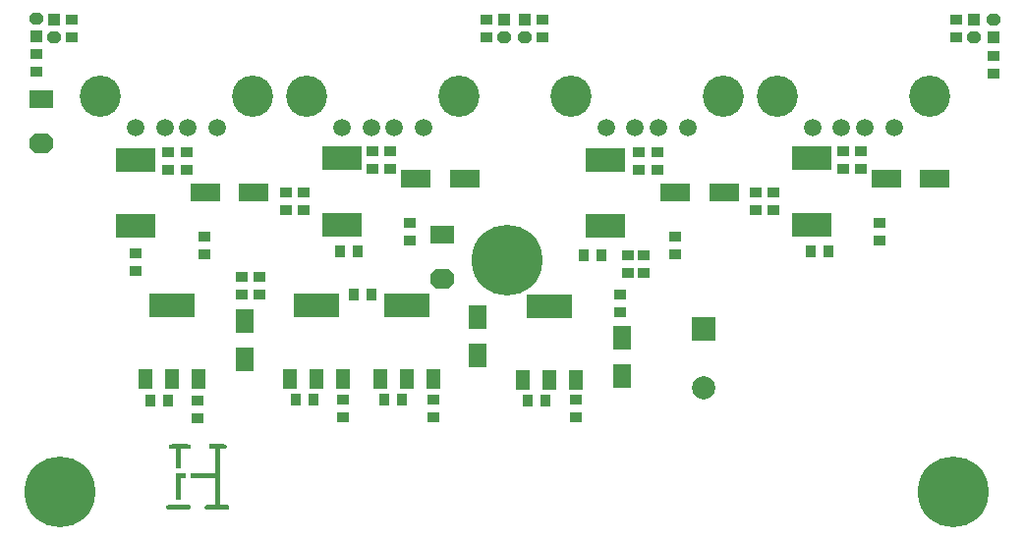
<source format=gts>
G04*
G04 #@! TF.GenerationSoftware,Altium Limited,Altium Designer,21.7.2 (23)*
G04*
G04 Layer_Color=8388736*
%FSLAX25Y25*%
%MOIN*%
G70*
G04*
G04 #@! TF.SameCoordinates,38115651-3DBD-42AD-B4A0-95CC447B3A10*
G04*
G04*
G04 #@! TF.FilePolarity,Negative*
G04*
G01*
G75*
%ADD17R,0.03394X0.03994*%
%ADD18R,0.03994X0.03394*%
%ADD19R,0.05906X0.08465*%
%ADD20R,0.07894X0.06394*%
G04:AMPARAMS|DCode=21|XSize=63.94mil|YSize=78.94mil|CornerRadius=0mil|HoleSize=0mil|Usage=FLASHONLY|Rotation=270.000|XOffset=0mil|YOffset=0mil|HoleType=Round|Shape=Octagon|*
%AMOCTAGOND21*
4,1,8,0.03947,0.01598,0.03947,-0.01598,0.02348,-0.03197,-0.02348,-0.03197,-0.03947,-0.01598,-0.03947,0.01598,-0.02348,0.03197,0.02348,0.03197,0.03947,0.01598,0.0*
%
%ADD21OCTAGOND21*%

%ADD22R,0.03994X0.03894*%
G04:AMPARAMS|DCode=23|XSize=39.94mil|YSize=43.94mil|CornerRadius=0mil|HoleSize=0mil|Usage=FLASHONLY|Rotation=270.000|XOffset=0mil|YOffset=0mil|HoleType=Round|Shape=Octagon|*
%AMOCTAGOND23*
4,1,8,0.02197,0.00998,0.02197,-0.00998,0.01198,-0.01997,-0.01198,-0.01997,-0.02197,-0.00998,-0.02197,0.00998,-0.01198,0.01997,0.01198,0.01997,0.02197,0.00998,0.0*
%
%ADD23OCTAGOND23*%

%ADD24R,0.15394X0.08394*%
%ADD25R,0.04894X0.06894*%
%ADD26R,0.10039X0.05906*%
%ADD27R,0.13394X0.08394*%
%ADD28R,0.00394X0.00394*%
%ADD29C,0.13976*%
%ADD30C,0.05984*%
%ADD31R,0.07874X0.07874*%
%ADD32C,0.07874*%
%ADD33C,0.24016*%
G36*
X675246Y762194D02*
X675298Y762194D01*
X675349Y762193D01*
X675405Y762190D01*
X675460Y762187D01*
X675513Y762182D01*
X675564Y762176D01*
X675620Y762169D01*
X675674Y762160D01*
X675725Y762150D01*
X675775Y762138D01*
X675828Y762124D01*
X675878Y762108D01*
X675925Y762090D01*
X675975Y762069D01*
X676021Y762045D01*
X676066Y762018D01*
X676109Y761989D01*
X676153Y761955D01*
X676191Y761922D01*
X676227Y761886D01*
X676263Y761844D01*
X676263Y761844D01*
X676267Y761838D01*
X676275Y761828D01*
X676283Y761817D01*
X676291Y761806D01*
X676295Y761800D01*
X676306Y761783D01*
X676327Y761746D01*
X676345Y761707D01*
X676362Y761669D01*
X676369Y761649D01*
X676369Y761649D01*
X676372Y761641D01*
X676376Y761627D01*
X676380Y761612D01*
X676384Y761597D01*
X676386Y761590D01*
X676397Y761536D01*
X676404Y761480D01*
X676407Y761429D01*
X676407Y761379D01*
X676405Y761328D01*
X676398Y761272D01*
X676388Y761214D01*
X676374Y761166D01*
X676374Y761166D01*
X676372Y761158D01*
X676367Y761144D01*
X676362Y761129D01*
X676357Y761115D01*
X676354Y761107D01*
X676348Y761093D01*
X676335Y761065D01*
X676321Y761037D01*
X676306Y761010D01*
X676298Y760997D01*
X676298D01*
X676293Y760990D01*
X676284Y760977D01*
X676275Y760964D01*
X676266Y760951D01*
X676261Y760945D01*
X676227Y760903D01*
X676191Y760865D01*
X676151Y760828D01*
X676106Y760793D01*
X676060Y760765D01*
X676013Y760740D01*
X675966Y760719D01*
X675916Y760699D01*
X675868Y760683D01*
X675817Y760669D01*
X675764Y760656D01*
X675714Y760646D01*
X675662Y760637D01*
X675608Y760629D01*
X675558Y760623D01*
X675506Y760618D01*
X675453Y760614D01*
X675398Y760611D01*
X675342Y760608D01*
X675291Y760607D01*
X675239Y760607D01*
X672877D01*
Y753921D01*
X671122D01*
Y760607D01*
X670026Y760607D01*
X669973Y760607D01*
X669921Y760609D01*
X669870Y760611D01*
X669813Y760614D01*
X669759Y760618D01*
X669706Y760623D01*
X669654Y760629D01*
X669605Y760636D01*
X669555Y760644D01*
X669502Y760654D01*
X669452Y760666D01*
X669400Y760680D01*
X669350Y760696D01*
X669299Y760714D01*
X669253Y760734D01*
X669207Y760756D01*
X669162Y760783D01*
X669121Y760812D01*
X669083Y760844D01*
X669042Y760884D01*
X669004Y760928D01*
X668974Y760969D01*
X668974D01*
X668969Y760975D01*
X668961Y760989D01*
X668952Y761002D01*
X668944Y761015D01*
X668940Y761022D01*
X668932Y761035D01*
X668919Y761061D01*
X668906Y761089D01*
X668895Y761116D01*
X668890Y761130D01*
X668887Y761138D01*
X668882Y761153D01*
X668878Y761168D01*
X668873Y761184D01*
X668871Y761191D01*
X668859Y761245D01*
X668851Y761297D01*
X668846Y761352D01*
X668845Y761407D01*
X668846Y761457D01*
X668851Y761509D01*
X668859Y761559D01*
X668871Y761609D01*
X668887Y761661D01*
Y761661D01*
X668890Y761668D01*
X668895Y761680D01*
X668900Y761693D01*
X668905Y761705D01*
X668907Y761711D01*
X668917Y761730D01*
X668937Y761767D01*
X668960Y761802D01*
X668984Y761837D01*
X668997Y761853D01*
X669002Y761859D01*
X669012Y761870D01*
X669022Y761882D01*
X669032Y761893D01*
X669038Y761899D01*
X669078Y761937D01*
X669122Y761972D01*
X669166Y762005D01*
X669211Y762033D01*
X669257Y762058D01*
X669305Y762080D01*
X669352Y762099D01*
X669402Y762115D01*
X669455Y762131D01*
X669504Y762143D01*
X669556Y762154D01*
X669610Y762164D01*
X669660Y762171D01*
X669711Y762178D01*
X669764Y762183D01*
X669819Y762187D01*
X669876Y762191D01*
X669927Y762193D01*
X669979Y762194D01*
X670033Y762194D01*
X675246Y762194D01*
D02*
G37*
G36*
X674508Y750779D02*
X672877D01*
X672878Y743188D01*
X671122D01*
X671122Y752323D01*
X674508D01*
Y750779D01*
D02*
G37*
G36*
X687431Y762194D02*
X687484Y762193D01*
X687535Y762191D01*
X687591Y762188D01*
X687646Y762183D01*
X687700Y762178D01*
X687751Y762171D01*
X687801Y762164D01*
X687855Y762154D01*
X687907Y762143D01*
X687956Y762131D01*
X688009Y762116D01*
X688058Y762099D01*
X688105Y762080D01*
X688154Y762058D01*
X688200Y762034D01*
X688243Y762007D01*
X688288Y761974D01*
X688328Y761941D01*
X688368Y761905D01*
X688407Y761863D01*
X688412Y761857D01*
X688420Y761846D01*
X688429Y761835D01*
X688438Y761824D01*
X688442Y761819D01*
X688452Y761803D01*
X688472Y761772D01*
X688490Y761740D01*
X688506Y761707D01*
X688513Y761690D01*
X688516Y761684D01*
X688521Y761670D01*
X688525Y761657D01*
X688530Y761644D01*
X688533Y761637D01*
X688533Y761637D01*
X688548Y761582D01*
X688558Y761528D01*
X688564Y761473D01*
X688567Y761423D01*
X688567Y761372D01*
X688563Y761320D01*
X688556Y761263D01*
X688544Y761203D01*
X688542Y761197D01*
X688539Y761183D01*
X688535Y761170D01*
X688531Y761157D01*
X688529Y761150D01*
X688522Y761130D01*
X688505Y761091D01*
X688487Y761053D01*
X688468Y761015D01*
X688457Y760997D01*
X688453Y760992D01*
X688446Y760981D01*
X688439Y760971D01*
X688432Y760960D01*
X688428Y760955D01*
X688428Y760955D01*
X688393Y760911D01*
X688356Y760871D01*
X688316Y760833D01*
X688275Y760800D01*
X688231Y760771D01*
X688183Y760746D01*
X688137Y760724D01*
X688089Y760705D01*
X688041Y760689D01*
X687991Y760674D01*
X687942Y760662D01*
X687890Y760650D01*
X687841Y760641D01*
X687786Y760633D01*
X687736Y760626D01*
X687684Y760621D01*
X687631Y760616D01*
X687575Y760612D01*
X687525Y760610D01*
X687474Y760608D01*
X687421Y760607D01*
X686290Y760607D01*
Y741594D01*
X688274D01*
X688328Y741594D01*
X688378Y741593D01*
X688435Y741590D01*
X688490Y741587D01*
X688543Y741582D01*
X688594Y741577D01*
X688644Y741570D01*
X688699Y741562D01*
X688751Y741552D01*
X688801Y741541D01*
X688854Y741527D01*
X688905Y741511D01*
X688953Y741494D01*
X689003Y741472D01*
X689048Y741450D01*
X689094Y741424D01*
X689137Y741396D01*
X689179Y741363D01*
X689222Y741327D01*
X689264Y741286D01*
X689269Y741280D01*
X689278Y741270D01*
X689287Y741259D01*
X689296Y741249D01*
X689300Y741244D01*
X689304Y741238D01*
X689312Y741228D01*
X689320Y741217D01*
X689328Y741206D01*
X689332Y741200D01*
X689340Y741187D01*
X689357Y741161D01*
X689371Y741133D01*
X689385Y741105D01*
X689391Y741090D01*
X689393Y741084D01*
X689398Y741070D01*
X689403Y741057D01*
X689408Y741044D01*
X689410Y741037D01*
Y741037D01*
X689425Y740982D01*
X689435Y740928D01*
X689442Y740873D01*
X689444Y740823D01*
X689444Y740770D01*
X689440Y740713D01*
X689431Y740653D01*
X689429Y740646D01*
X689426Y740632D01*
X689423Y740618D01*
X689419Y740604D01*
X689418Y740597D01*
X689416Y740591D01*
X689411Y740577D01*
X689407Y740564D01*
X689402Y740550D01*
X689400Y740544D01*
X689396Y740534D01*
X689388Y740514D01*
X689379Y740494D01*
X689370Y740475D01*
X689365Y740465D01*
X689361Y740459D01*
X689355Y740448D01*
X689348Y740436D01*
X689341Y740424D01*
X689338Y740419D01*
X689338Y740419D01*
X689304Y740371D01*
X689271Y740329D01*
X689234Y740290D01*
X689194Y740251D01*
X689152Y740217D01*
X689108Y740186D01*
X689062Y740158D01*
X689014Y740134D01*
X688965Y740113D01*
X688918Y740095D01*
X688868Y740079D01*
X688815Y740064D01*
X688766Y740053D01*
X688714Y740042D01*
X688661Y740033D01*
X688605Y740026D01*
X688554Y740020D01*
X688501Y740015D01*
X688447Y740011D01*
X688390Y740009D01*
X688340Y740007D01*
X688288Y740007D01*
X682174Y740007D01*
X682121Y740007D01*
X682070Y740008D01*
X682014Y740011D01*
X681959Y740014D01*
X681906Y740019D01*
X681854Y740024D01*
X681804Y740031D01*
X681750Y740039D01*
X681698Y740049D01*
X681648Y740061D01*
X681595Y740075D01*
X681544Y740090D01*
X681496Y740108D01*
X681446Y740129D01*
X681400Y740151D01*
X681354Y740177D01*
X681312Y740205D01*
X681270Y740238D01*
X681230Y740274D01*
X681195Y740310D01*
X681157Y740354D01*
X681121Y740403D01*
X681117Y740410D01*
X681109Y740423D01*
X681101Y740436D01*
X681093Y740449D01*
X681089Y740456D01*
X681089Y740456D01*
X681081Y740472D01*
X681065Y740504D01*
X681051Y740537D01*
X681039Y740571D01*
X681034Y740588D01*
X681032Y740595D01*
X681028Y740610D01*
X681024Y740625D01*
X681021Y740640D01*
X681019Y740648D01*
X681010Y740700D01*
X681005Y740751D01*
X681005Y740758D01*
X681005Y740772D01*
X681004Y740786D01*
X681004Y740800D01*
X681004Y740807D01*
Y740807D01*
X681006Y740857D01*
X681010Y740908D01*
X681018Y740962D01*
X681030Y741016D01*
X681046Y741070D01*
X681049Y741076D01*
X681053Y741089D01*
X681058Y741101D01*
X681063Y741114D01*
X681066Y741120D01*
X681074Y741137D01*
X681091Y741170D01*
X681110Y741202D01*
X681131Y741234D01*
X681141Y741249D01*
X681141D01*
X681146Y741255D01*
X681156Y741267D01*
X681166Y741279D01*
X681176Y741291D01*
X681180Y741297D01*
Y741297D01*
X681216Y741333D01*
X681254Y741367D01*
X681296Y741399D01*
X681340Y741428D01*
X681387Y741454D01*
X681435Y741476D01*
X681481Y741495D01*
X681531Y741512D01*
X681582Y741528D01*
X681631Y741540D01*
X681683Y741552D01*
X681736Y741562D01*
X681792Y741570D01*
X681843Y741577D01*
X681896Y741582D01*
X681951Y741587D01*
X682007Y741590D01*
X682058Y741593D01*
X682110Y741594D01*
X682164Y741594D01*
X684514Y741594D01*
Y750779D01*
X676122D01*
Y752366D01*
X684514D01*
Y760607D01*
X682614D01*
Y762194D01*
X687376D01*
X687431Y762194D01*
D02*
G37*
G36*
X675246Y741594D02*
X675298Y741594D01*
X675349Y741593D01*
X675405Y741590D01*
X675460Y741586D01*
X675513Y741582D01*
X675564Y741576D01*
X675620Y741569D01*
X675674Y741560D01*
X675725Y741549D01*
X675775Y741538D01*
X675828Y741524D01*
X675878Y741507D01*
X675925Y741490D01*
X675975Y741468D01*
X676021Y741445D01*
X676066Y741418D01*
X676109Y741389D01*
X676153Y741355D01*
X676191Y741321D01*
X676227Y741286D01*
X676263Y741244D01*
X676263Y741244D01*
X676267Y741238D01*
X676275Y741228D01*
X676283Y741217D01*
X676291Y741206D01*
X676295Y741200D01*
X676305Y741186D01*
X676323Y741155D01*
X676339Y741123D01*
X676354Y741091D01*
X676360Y741074D01*
X676363Y741067D01*
X676368Y741053D01*
X676372Y741038D01*
X676377Y741024D01*
X676379Y741017D01*
X676392Y740966D01*
X676401Y740914D01*
X676406Y740861D01*
X676408Y740810D01*
X676406Y740755D01*
X676402Y740704D01*
X676394Y740653D01*
X676381Y740597D01*
X676381D01*
X676379Y740591D01*
X676374Y740577D01*
X676370Y740564D01*
X676365Y740550D01*
X676363Y740544D01*
X676358Y740531D01*
X676348Y740506D01*
X676336Y740482D01*
X676324Y740458D01*
X676318Y740446D01*
X676314Y740440D01*
X676306Y740428D01*
X676299Y740415D01*
X676291Y740403D01*
X676287Y740397D01*
X676256Y740356D01*
X676223Y740317D01*
X676187Y740280D01*
X676147Y740243D01*
X676105Y740209D01*
X676061Y740180D01*
X676015Y740153D01*
X675969Y740130D01*
X675919Y740109D01*
X675871Y740092D01*
X675821Y740076D01*
X675768Y740062D01*
X675718Y740050D01*
X675666Y740040D01*
X675612Y740031D01*
X675562Y740025D01*
X675511Y740019D01*
X675457Y740015D01*
X675403Y740011D01*
X675347Y740009D01*
X675296Y740007D01*
X675244Y740007D01*
X669113Y740007D01*
X669062Y740008D01*
X669012Y740009D01*
X668956Y740012D01*
X668902Y740016D01*
X668849Y740021D01*
X668798Y740027D01*
X668743Y740034D01*
X668690Y740044D01*
X668639Y740054D01*
X668589Y740066D01*
X668537Y740081D01*
X668488Y740097D01*
X668441Y740115D01*
X668392Y740137D01*
X668345Y740161D01*
X668299Y740189D01*
X668255Y740220D01*
X668214Y740255D01*
X668174Y740294D01*
X668137Y740333D01*
X668103Y740376D01*
X668070Y740426D01*
Y740426D01*
X668066Y740432D01*
X668058Y740445D01*
X668051Y740459D01*
X668044Y740472D01*
X668040Y740479D01*
X668034Y740492D01*
X668021Y740519D01*
X668011Y740546D01*
X668001Y740574D01*
X667997Y740588D01*
X667995Y740595D01*
X667991Y740610D01*
X667987Y740625D01*
X667984Y740640D01*
X667982Y740648D01*
X667974Y740700D01*
X667969Y740751D01*
X667967Y740807D01*
X667969Y740857D01*
X667974Y740909D01*
X667982Y740959D01*
X667993Y741009D01*
X668010Y741061D01*
X668010Y741061D01*
X668012Y741068D01*
X668017Y741080D01*
X668022Y741092D01*
X668027Y741105D01*
X668030Y741111D01*
X668039Y741128D01*
X668057Y741163D01*
X668078Y741196D01*
X668099Y741228D01*
X668111Y741243D01*
X668111D01*
X668116Y741249D01*
X668125Y741259D01*
X668134Y741270D01*
X668143Y741280D01*
X668148Y741286D01*
X668190Y741327D01*
X668233Y741363D01*
X668275Y741396D01*
X668318Y741424D01*
X668364Y741451D01*
X668411Y741473D01*
X668461Y741494D01*
X668509Y741511D01*
X668560Y741527D01*
X668613Y741541D01*
X668663Y741552D01*
X668715Y741562D01*
X668769Y741571D01*
X668819Y741577D01*
X668871Y741583D01*
X668924Y741587D01*
X668979Y741590D01*
X669036Y741593D01*
X669086Y741594D01*
X669137Y741594D01*
X675246Y741594D01*
D02*
G37*
D17*
X712000Y777500D02*
D03*
X718000D02*
D03*
X790500Y777000D02*
D03*
X796500D02*
D03*
X742000Y777500D02*
D03*
X748000D02*
D03*
X727000Y827787D02*
D03*
X733000D02*
D03*
X815500Y826500D02*
D03*
X809500D02*
D03*
X886500Y827787D02*
D03*
X892500D02*
D03*
X662500Y777000D02*
D03*
X668500D02*
D03*
X731500Y813000D02*
D03*
X737500D02*
D03*
D18*
X728000Y771500D02*
D03*
Y777500D02*
D03*
X750500Y831287D02*
D03*
Y837287D02*
D03*
X624000Y888650D02*
D03*
Y894650D02*
D03*
X830000Y826500D02*
D03*
Y820500D02*
D03*
X824500Y826500D02*
D03*
Y820500D02*
D03*
X807000Y771500D02*
D03*
Y777500D02*
D03*
X758500Y771500D02*
D03*
Y777500D02*
D03*
X681000Y826787D02*
D03*
Y832787D02*
D03*
X776500Y906500D02*
D03*
Y900500D02*
D03*
X744000Y861787D02*
D03*
Y855787D02*
D03*
X738000Y861787D02*
D03*
Y855787D02*
D03*
X714486Y847802D02*
D03*
Y841802D02*
D03*
X708486D02*
D03*
Y847802D02*
D03*
X936000Y906500D02*
D03*
Y900500D02*
D03*
X903500Y861787D02*
D03*
Y855787D02*
D03*
X897500Y861787D02*
D03*
Y855787D02*
D03*
X873986Y847802D02*
D03*
Y841802D02*
D03*
X910000Y831287D02*
D03*
Y837287D02*
D03*
X636000Y906500D02*
D03*
Y900500D02*
D03*
X657500Y827000D02*
D03*
Y821000D02*
D03*
X675000Y861287D02*
D03*
Y855287D02*
D03*
X668660Y861255D02*
D03*
Y855255D02*
D03*
X867986Y841802D02*
D03*
Y847802D02*
D03*
X840500Y826787D02*
D03*
Y832787D02*
D03*
X795500Y906500D02*
D03*
Y900500D02*
D03*
X834500Y861287D02*
D03*
Y855287D02*
D03*
X828160Y861255D02*
D03*
Y855255D02*
D03*
X678500Y771000D02*
D03*
Y777000D02*
D03*
X693500Y819000D02*
D03*
Y813000D02*
D03*
X699500Y819000D02*
D03*
Y813000D02*
D03*
X822000Y807000D02*
D03*
Y813000D02*
D03*
X948500Y894000D02*
D03*
Y888000D02*
D03*
D19*
X822500Y785504D02*
D03*
Y798496D02*
D03*
X773500Y792504D02*
D03*
Y805496D02*
D03*
X694500Y791008D02*
D03*
Y804000D02*
D03*
D20*
X761500Y833500D02*
D03*
X625500Y879500D02*
D03*
D21*
X761500Y818500D02*
D03*
X625500Y864500D02*
D03*
D22*
X624000Y900650D02*
D03*
X782500Y906500D02*
D03*
X942000D02*
D03*
X630000D02*
D03*
X789500D02*
D03*
X948500Y900500D02*
D03*
D23*
X624000Y906650D02*
D03*
X782500Y900500D02*
D03*
X942000D02*
D03*
X630000D02*
D03*
X789500D02*
D03*
X948500Y906500D02*
D03*
D24*
X798000Y809000D02*
D03*
X749500Y809500D02*
D03*
X719000D02*
D03*
X670000D02*
D03*
D25*
X798000Y784000D02*
D03*
X807000D02*
D03*
X789000D02*
D03*
X749500Y784500D02*
D03*
X758500D02*
D03*
X740500D02*
D03*
X719000D02*
D03*
X728000D02*
D03*
X710000D02*
D03*
X670000D02*
D03*
X679000D02*
D03*
X661000D02*
D03*
D26*
X697768Y847787D02*
D03*
X681232D02*
D03*
X769268Y852287D02*
D03*
X752732D02*
D03*
X928768D02*
D03*
X912232D02*
D03*
X857268Y847787D02*
D03*
X840732D02*
D03*
D27*
X727500Y836787D02*
D03*
Y859287D02*
D03*
X887000Y836787D02*
D03*
Y859287D02*
D03*
X657500Y836287D02*
D03*
Y858787D02*
D03*
X817000Y836287D02*
D03*
Y858787D02*
D03*
D28*
X671488Y740961D02*
D03*
X672000Y751000D02*
D03*
X685386Y761394D02*
D03*
X672000Y761214D02*
D03*
D29*
X875134Y880374D02*
D03*
X926866D02*
D03*
X645634D02*
D03*
X697366D02*
D03*
X856866D02*
D03*
X805134D02*
D03*
X715634D02*
D03*
X767366D02*
D03*
D30*
X914779Y869705D02*
D03*
X887220D02*
D03*
X904937D02*
D03*
X897063D02*
D03*
X685280D02*
D03*
X657721D02*
D03*
X675437D02*
D03*
X667563D02*
D03*
X827063D02*
D03*
X834937D02*
D03*
X817220D02*
D03*
X844779D02*
D03*
X755279D02*
D03*
X727720D02*
D03*
X745437D02*
D03*
X737563D02*
D03*
D31*
X850331Y801500D02*
D03*
D32*
Y781500D02*
D03*
D33*
X783465Y824803D02*
D03*
X631890Y746063D02*
D03*
X935059D02*
D03*
M02*

</source>
